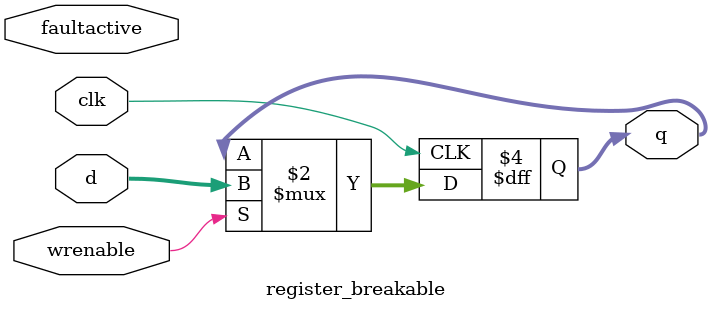
<source format=v>
module register(q, d, wrenable, clk);
parameter width = 8;
input[width-1:0] d;
input wrenable;
input clk;
output reg [width-1:0] q;

always @(posedge clk) begin
  if(wrenable) begin
    q <= d;
    end
end
endmodule

module register_breakable(q, d, wrenable, clk, faultactive);
parameter width = 8;
input[width-1:0] d;
input wrenable;
input clk;
input faultactive;
output reg [width-1:0] q;

always @(posedge clk) begin
  if(wrenable) begin
    q <= d;
    end
end
endmodule

</source>
